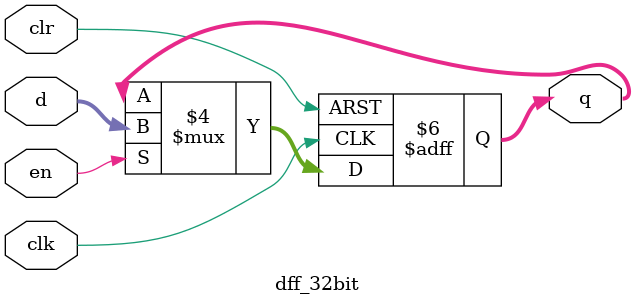
<source format=v>
module dff_32bit(q, d, clk, en, clr);
   // Inputs for clock, enable, clear
   input clk, en, clr;
	input [31:0] d;

   // Output for register output
   output reg [31:0] q;

   // Intialize q to 0
   initial
   begin
       q = 32'h00000000;
   end

   // Set value of q on positive edge of the clock or clear
   always @(posedge clk or posedge clr) 
	begin
		// If clear is high, set q to 0
      if (clr) 
			q <= 32'h00000000;
      // If enable is high, set q to the value of d 
		else if (en) 
			q <= d;
		// If enable is low, the q remain the same
		else
			q <= q;
   end
endmodule

</source>
